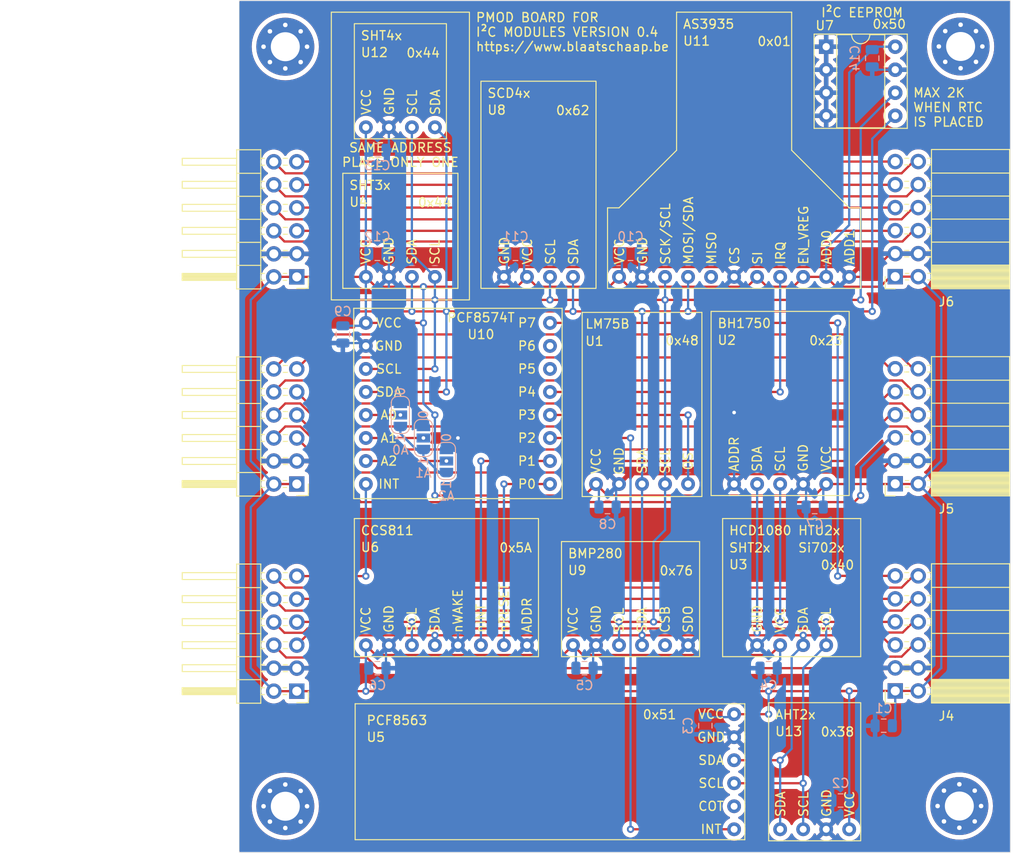
<source format=kicad_pcb>
(kicad_pcb (version 20221018) (generator pcbnew)
  (layers (0 "F.Cu" signal) (31 "B.Cu" signal) (34 "B.Paste" user "B.Plakken") (35 "F.Paste" user "F.Plakken") (36 "B.SilkS" user "B.Silkscreen") (37 "F.SilkS" user "F.Silkscreen") (38 "B.Mask" user) (39 "F.Mask" user "F. masker") (44 "Edge.Cuts" user))
  (net 0 "")
  (net 1 "SCL")
  (net 2 "SDA")
  (net 3 "IO4")
  (net 4 "IO3")
  (net 5 "RESET")
  (net 6 "IO2")
  (net 7 "INT")
  (net 8 "IO1")
  (net 9 "PCF8563_CLKOUT")
  (net 10 "PCF8563_~{INT}")
  (net 11 "LM75B_OS")
  (net 12 "CCS811_~{RESET}")
  (net 13 "CSS811_INT")
  (net 14 "PMOD_UART_RESET")
  (net 15 "PMOD_UART_INT")
  (net 16 "PMOD_UART_CTS")
  (net 17 "PMOD_UART_TXD")
  (net 18 "PMOD_UART_GPIO3")
  (net 19 "PMOD_UART_RXD")
  (net 20 "PMOD_UART_GPIO4")
  (net 21 "PMOD_UART_RTS")
  (net 22 "PMOD_SPI_INT")
  (net 23 "PMOD_SPI_CS")
  (net 24 "PMOD_SPI_RESET")
  (net 25 "PMOD_SPI_MOSI")
  (net 26 "PMOD_SPI_CS2")
  (net 27 "PMOD_SPI_MISO")
  (net 28 "PMOD_SPI_CS3")
  (net 29 "PMOD_SPI_SCK")
  (net 30 "AS3925_INT")
  (net 31 "VCC")
  (net 32 "GND")
  (net 35 "NEXT_INT")
  (net 38 "PCF8574T_A0")
  (net 39 "PCF8574T_A1")
  (net 40 "PCF8574T_A2")
  (footprint "Connector_PinHeader_2.54mm:PinHeader_2x06_P2.54mm_Horizontal" (layer "F.Cu") (at 63.5 119.38 180)
    (fp_text reference "J1" hide)
    (fp_text value "Conn_02x06_Odd_Even")
  )
  (footprint "Connector_PinHeader_2.54mm:PinHeader_2x06_P2.54mm_Horizontal" (layer "F.Cu") (at 63.5 96.52 180)
    (fp_text reference "J2" hide)
    (fp_text value "Conn_02x06_Odd_Even")
  )
  (footprint "Connector_PinHeader_2.54mm:PinHeader_2x06_P2.54mm_Horizontal" (layer "F.Cu") (at 63.5 73.66 180)
    (fp_text reference "J3" hide)
    (fp_text value "Conn_02x06_Odd_Even")
  )
  (footprint "Package_DIP:DIP-8_W7.62mm_Socket" (layer "F.Cu") (at 121.92 48.26)
    (fp_text reference "U7")
    (fp_text value "24LC32")
  )
  (footprint "Connector_PinSocket_2.54mm:PinSocket_2x06_P2.54mm_Horizontal" (layer "F.Cu") (at 129.54 119.355 180)
    (fp_text reference "J4")
    (fp_text value "Conn_02x06_Odd_Even")
  )
  (footprint "Connector_PinSocket_2.54mm:PinSocket_2x06_P2.54mm_Horizontal" (layer "F.Cu") (at 129.54 96.495 180)
    (fp_text reference "J5")
    (fp_text value "Conn_02x06_Odd_Even")
  )
  (footprint "Connector_PinSocket_2.54mm:PinSocket_2x06_P2.54mm_Horizontal" (layer "F.Cu") (at 129.54 73.635 180)
    (fp_text reference "J6")
    (fp_text value "Conn_02x06_Odd_Even")
  )
  (footprint "MountingHole:MountingHole_3.2mm_M3_Pad_Via" (layer "F.Cu") (at 62.23 48.26)
    (fp_text reference "H1" hide)
    (fp_text value "MountingHole")
  )
  (footprint "MountingHole:MountingHole_3.2mm_M3_Pad_Via" (layer "F.Cu") (at 62.23 132.08)
    (fp_text reference "H2" hide)
    (fp_text value "MountingHole")
  )
  (footprint "MountingHole:MountingHole_3.2mm_M3_Pad_Via" (layer "F.Cu") (at 136.755 48.235)
    (fp_text reference "H3" hide)
    (fp_text value "MountingHole")
  )
  (footprint "MountingHole:MountingHole_3.2mm_M3_Pad_Via" (layer "F.Cu") (at 136.615 132.055)
    (fp_text reference "H4" hide)
    (fp_text value "MountingHole")
  )
  (footprint "AvS_Modules:MOD_CJMCU-3935" (layer "F.Cu") (at 111.76 59.69)
    (fp_text reference "U11")
    (fp_text value "MOD_CJMCU-3935")
  )
  (footprint "AvS_Modules:MOD_SCD4x" (layer "F.Cu") (at 90.17 63.5)
    (fp_text reference "U8")
    (fp_text value "MOD_SCD4x")
  )
  (footprint "AvS_Modules:MOD_LM75B" (layer "F.Cu") (at 101.6 87.74)
    (fp_text reference "U1")
    (fp_text value "MOD_LM75B")
  )
  (footprint "AvS_Modules:MOD_CJMCU-811" (layer "F.Cu") (at 80.01 107.95)
    (fp_text reference "U6")
    (fp_text value "MOD_CJCMU-811")
  )
  (footprint "AvS_Modules:MOD_PCF8574T" (layer "F.Cu") (at 81.28 87.63 -90)
    (fp_text reference "U10")
    (fp_text value "MOD_PCF8574T")
  )
  (footprint "AvS_Modules:MOD_SHT4x" (layer "F.Cu") (at 74.93 52.07)
    (fp_text reference "U12")
    (fp_text value "MOD_SHT4x")
  )
  (footprint "AvS_Modules:MOD_PCF8563" (layer "F.Cu") (at 91.44 128.27 90)
    (fp_text reference "U5")
    (fp_text value "MOD_PCF8563")
  )
  (footprint "AvS_Modules:MOD_BMP280" (layer "F.Cu") (at 100.33 109.22)
    (fp_text reference "U9")
    (fp_text value "MOD_BMP280")
  )
  (footprint "AvS_Modules:MOD_BH1750" (layer "F.Cu") (at 116.84 87.63)
    (fp_text reference "U2")
    (fp_text value "MOD_BH1750")
  )
  (footprint "AvS_Modules:MOD_HUMIDITY" (layer "F.Cu") (at 118.11 107.95)
    (fp_text reference "U3")
    (fp_text value "MOD_HUMIDITY")
  )
  (footprint "AvS_Modules:MOD_SHT3x" (layer "F.Cu") (at 74.93 68.58)
    (fp_text reference "U4")
    (fp_text value "MOD_SHT3x")
  )
  (footprint "AvS_Modules:MOD_AHT2x" (layer "F.Cu") (at 120.65 128.27)
    (fp_text reference "U13")
    (fp_text value "MOD_AHT2x")
  )
  (footprint "Capacitor_SMD:C_0805_2012Metric" (layer "B.Cu") (at 128.27 123.19 180)
    (fp_text reference "C1")
    (fp_text value "C_Small")
  )
  (footprint "Capacitor_SMD:C_0805_2012Metric" (layer "B.Cu") (at 127 49.53 -90)
    (fp_text reference "C14")
    (fp_text value "C_Small")
  )
  (footprint "Capacitor_SMD:C_0805_2012Metric" (layer "B.Cu") (at 68.58 80.01 -90)
    (fp_text reference "C9")
    (fp_text value "C_Small")
  )
  (footprint "Capacitor_SMD:C_0805_2012Metric" (layer "B.Cu") (at 108.585 123.19 -90)
    (fp_text reference "C3")
    (fp_text value "C_Small")
  )
  (footprint "Capacitor_SMD:C_0805_2012Metric" (layer "B.Cu") (at 120.65 99.06 180)
    (fp_text reference "C7")
    (fp_text value "C_Small")
  )
  (footprint "Jumper:SolderJumper-3_P1.3mm_Open_RoundedPad1.0x1.5mm_NumberLabels" (layer "B.Cu") (at 80.01 93.98 -90)
    (fp_text reference "JP3" hide)
    (fp_text value "SolderJumper_3_Open")
  )
  (footprint "Capacitor_SMD:C_0805_2012Metric" (layer "B.Cu") (at 95.25 116.84)
    (fp_text reference "C5")
    (fp_text value "C_Small")
  )
  (footprint "Jumper:SolderJumper-3_P1.3mm_Open_RoundedPad1.0x1.5mm_NumberLabels" (layer "B.Cu") (at 77.47 91.44 -90)
    (fp_text reference "JP2" hide)
    (fp_text value "SolderJumper_3_Open")
  )
  (footprint "Capacitor_SMD:C_0805_2012Metric" (layer "B.Cu") (at 72.39 116.84)
    (fp_text reference "C6")
    (fp_text value "C_Small")
  )
  (footprint "Capacitor_SMD:C_0805_2012Metric" (layer "B.Cu") (at 115.57 116.84 180)
    (fp_text reference "C4")
    (fp_text value "C_Small")
  )
  (footprint "Jumper:SolderJumper-3_P1.3mm_Open_RoundedPad1.0x1.5mm_NumberLabels" (layer "B.Cu") (at 74.93 88.9 -90)
    (fp_text reference "JP1" hide)
    (fp_text value "SolderJumper_3_Open")
  )
  (footprint "Capacitor_SMD:C_0805_2012Metric" (layer "B.Cu") (at 72.39 71.12)
    (fp_text reference "C12")
    (fp_text value "C_Small")
  )
  (footprint "Capacitor_SMD:C_0805_2012Metric" (layer "B.Cu") (at 72.39 59.69)
    (fp_text reference "C13")
    (fp_text value "C_Small")
  )
  (footprint "Capacitor_SMD:C_0805_2012Metric" (layer "B.Cu") (at 87.63 71.12 180)
    (fp_text reference "C11")
    (fp_text value "C_Small")
  )
  (footprint "Capacitor_SMD:C_0805_2012Metric" (layer "B.Cu") (at 123.51 131.445 180)
    (fp_text reference "C2")
    (fp_text value "C_Small")
  )
  (footprint "Capacitor_SMD:C_0805_2012Metric" (layer "B.Cu") (at 97.79 99.06)
    (fp_text reference "C8")
    (fp_text value "C_Small")
  )
  (footprint "Capacitor_SMD:C_0805_2012Metric" (layer "B.Cu") (at 100.33 71.12)
    (fp_text reference "C10")
    (fp_text value "C_Small")
  )
  (gr_rect (start 67.31 44.45) (end 82.55 76.2) (stroke (width 0.12)) (fill none) (layer "F.SilkS"))
  (gr_line (start 142.24 137.16) (end 57.15 137.16) (stroke (width 0.05)) (layer "Edge.Cuts"))
  (gr_line (start 57.15 43.18) (end 142.24 43.18) (stroke (width 0.05)) (layer "Edge.Cuts"))
  (gr_line (start 57.15 43.18) (end 57.15 137.16) (stroke (width 0.05)) (layer "Edge.Cuts"))
  (gr_line (start 142.24 43.18) (end 142.24 137.16) (stroke (width 0.05)) (layer "Edge.Cuts"))
  (gr_text "A2" (at 80.01 98.425) (layer "B.SilkS") (effects (font (size 1 1)) (justify bottom mirror)))
  (gr_text "A0" (at 74.93 93.345) (layer "B.SilkS") (effects (font (size 1 1)) (justify bottom mirror)))
  (gr_text "A1" (at 77.47 95.885) (layer "B.SilkS") (effects (font (size 1 1)) (justify bottom mirror)))
  (gr_text "PMOD BOARD FOR \nI²C MODULES VERSION 0.4\nhttps://www.blaatschaap.be" (at 83.185 44.45) (layer "F.SilkS") (effects (font (size 1 1)) (justify left top)))
  (gr_text "I²C EEPROM" (at 121.285 45.085) (layer "F.SilkS") (effects (font (size 1 1)) (justify left bottom)))
  (gr_text "0x44" (at 80.645 66.04) (layer "F.SilkS") (effects (font (size 1 1)) (justify right bottom)))
  (gr_text "0x62" (at 95.885 55.88) (layer "F.SilkS") (effects (font (size 1 1)) (justify right bottom)))
  (gr_text "0x5A" (at 89.535 104.14) (layer "F.SilkS") (effects (font (size 1 1)) (justify right bottom)))
  (gr_text "0x01" (at 118.11 48.26) (layer "F.SilkS") (effects (font (size 1 1)) (justify right bottom)))
  (gr_text "MAX 2K \nWHEN RTC \nIS PLACED" (at 131.445 57.15) (layer "F.SilkS") (effects (font (size 1 1)) (justify left bottom)))
  (gr_text "0x23" (at 123.825 81.28) (layer "F.SilkS") (effects (font (size 1 1)) (justify right bottom)))
  (gr_text "0x44" (at 79.375 49.53) (layer "F.SilkS") (effects (font (size 1 1)) (justify right bottom)))
  (gr_text "0x40" (at 125.095 106.045) (layer "F.SilkS") (effects (font (size 1 1)) (justify right bottom)))
  (gr_text "0x38" (at 125.095 124.46) (layer "F.SilkS") (effects (font (size 1 1)) (justify right bottom)))
  (gr_text "0x51" (at 101.6 122.555) (layer "F.SilkS") (effects (font (size 1 1)) (justify left bottom)))
  (gr_text "0x76" (at 107.315 106.68) (layer "F.SilkS") (effects (font (size 1 1)) (justify right bottom)))
  (gr_text "0x50" (at 130.81 46.355) (layer "F.SilkS") (effects (font (size 1 1)) (justify right bottom)))
  (gr_text "0x48" (at 107.95 81.28) (layer "F.SilkS") (effects (font (size 1 1)) (justify right bottom)))
  (gr_text "SAME ADDRESS\nPLACE ONLY ONE" (at 74.93 61.595) (layer "F.SilkS") (effects (font (size 1 1)) (justify bottom)))
  (segment (start 121.92 111.735) (end 116.84 111.735) (width 0.25) (layer "F.Cu") (net 1))
  (segment (start 102.87 111.735) (end 99.06 111.735) (width 0.25) (layer "F.Cu") (net 1))
  (segment (start 78.74 76.2) (end 69.85 76.2) (width 0.25) (layer "F.Cu") (net 1))
  (segment (start 76.2 111.735) (end 63.525 111.735) (width 0.25) (layer "F.Cu") (net 1))
  (segment (start 116.84 111.735) (end 102.87 111.735) (width 0.25) (layer "F.Cu") (net 1))
  (segment (start 91.44 76.2) (end 78.74 76.2) (width 0.25) (layer "F.Cu") (net 1))
  (segment (start 125.73 76.2) (end 104.14 76.2) (width 0.25) (layer "F.Cu") (net 1))
  (segment (start 76.2 111.735) (end 99.06 111.735) (width 0.25) (layer "F.Cu") (net 1))
  (segment (start 71.12 83.82) (end 78.74 83.82) (width 0.25) (layer "F.Cu") (net 1))
  (segment (start 104.14 76.2) (end 91.44 76.2) (width 0.25) (layer "F.Cu") (net 1))
  (segment (start 63.525 111.735) (end 63.5 111.76) (width 0.25) (layer "F.Cu") (net 1))
  (segment (start 111.76 129.54) (end 119.38 129.54) (width 0.25) (layer "F.Cu") (net 1))
  (segment (start 128.995 111.735) (end 121.92 111.735) (width 0.25) (layer "F.Cu") (net 1))
  (via (at 121.92 111.735) (size 0.8) (drill 0.4) (layers "F.Cu" "B.Cu") (net 1))
  (via (at 78.74 76.2) (size 0.8) (drill 0.4) (layers "F.Cu" "B.Cu") (net 1))
  (via (at 102.87 111.735) (size 0.8) (drill 0.4) (layers "F.Cu" "B.Cu") (net 1))
  (via (at 78.74 83.82) (size 0.8) (drill 0.4) (layers "F.Cu" "B.Cu") (net 1))
  (via (at 104.14 76.2) (size 0.8) (drill 0.4) (layers "F.Cu" "B.Cu") (net 1))
  (via (at 91.44 76.2) (size 0.8) (drill 0.4) (layers "F.Cu" "B.Cu") (net 1))
  (via (at 99.06 111.735) (size 0.8) (drill 0.4) (layers "F.Cu" "B.Cu") (net 1))
  (via (at 119.38 129.54) (size 0.8) (drill 0.4) (layers "F.Cu" "B.Cu") (net 1))
  (via (at 76.2 111.735) (size 0.8) (drill 0.4) (layers "F.Cu" "B.Cu") (net 1))
  (via (at 125.73 76.2) (size 0.8) (drill 0.4) (layers "F.Cu" "B.Cu") (net 1))
  (via (at 116.84 111.735) (size 0.8) (drill 0.4) (layers "F.Cu" "B.Cu") (net 1))
  (segment (start 119.38 129.54) (end 119.38 116.84) (width 0.25) (layer "B.Cu") (net 1))
  (segment (start 119.38 134.62) (end 119.38 129.54) (width 0.25) (layer "B.Cu") (net 1))
  (segment (start 104.14 96.52) (end 104.14 76.2) (width 0.25) (layer "B.Cu") (net 1))
  (segment (start 125.73 57.15) (end 125.73 58.42) (width 0.25) (layer "B.Cu") (net 1))
  (segment (start 121.92 114.3) (end 121.92 111.735) (width 0.25) (layer "B.Cu") (net 1))
  (segment (start 78.74 83.82) (end 78.74 76.2) (width 0.25) (layer "B.Cu") (net 1))
  (segment (start 78.74 73.66) (end 78.74 76.2) (width 0.25) (layer "B.Cu") (net 1))
  (segment (start 129.54 53.34) (end 125.73 57.15) (width 0.25) (layer "B.Cu") (net 1))
  (segment (start 76.2 114.3) (end 76.2 111.735) (width 0.25) (layer "B.Cu") (net 1))
  (segment (start 76.2 57.15) (end 76.2 71.12) (width 0.25) (layer "B.Cu") (net 1))
  (segment (start 76.2 71.12) (end 78.74 73.66) (width 0.25) (layer "B.Cu") (net 1))
  (segment (start 116.84 96.52) (end 116.84 111.735) (width 0.25) (layer "B.Cu") (net 1))
  (segment (start 99.06 114.3) (end 99.06 111.735) (width 0.25) (layer "B.Cu") (net 1))
  (segment (start 104.14 96.52) (end 104.14 101.6) (width 0.25) (layer "B.Cu") (net 1))
  (segment (start 119.38 116.84) (end 121.92 114.3) (width 0.25) (layer "B.Cu") (net 1))
  (segment (start 125.73 58.42) (end 125.73 76.2) (width 0.25) (layer "B.Cu") (net 1))
  (segment (start 104.14 101.6) (end 102.87 102.87) (width 0.25) (layer "B.Cu") (net 1))
  (segment (start 102.87 102.87) (end 102.87 111.735) (width 0.25) (layer "B.Cu") (net 1))
  (segment (start 104.14 73.66) (end 104.14 76.2) (width 0.25) (layer "B.Cu") (net 1))
  (segment (start 91.44 73.66) (end 91.44 76.2) (width 0.25) (layer "B.Cu") (net 1))
  (segment (start 119.38 113.213) (end 127.933 113.213) (width 0.25) (layer "F.Cu") (net 2))
  (segment (start 101.6 113.213) (end 78.74 113.213) (width 0.25) (layer "F.Cu") (net 2))
  (segment (start 127 77.47) (end 106.68 77.47) (width 0.25) (layer "F.Cu") (net 2))
  (segment (start 127.933 113.213) (end 128.995 114.275) (width 0.25) (layer "F.Cu") (net 2))
  (segment (start 101.6 113.213) (end 119.38 113.213) (width 0.25) (layer "F.Cu") (net 2))
  (segment (start 111.76 127) (end 116.84 127) (width 0.25) (layer "F.Cu") (net 2))
  (segment (start 64.587 113.213) (end 78.74 113.213) (width 0.25) (layer "F.Cu") (net 2))
  (segment (start 101.6 77.47) (end 93.98 77.47) (width 0.25) (layer "F.Cu") (net 2))
  (segment (start 101.6 77.47) (end 106.68 77.47) (width 0.25) (layer "F.Cu") (net 2))
  (segment (start 71.12 86.36) (end 80.01 86.36) (width 0.25) (layer "F.Cu") (net 2))
  (segment (start 63.5 114.3) (end 64.587 113.213) (width 0.25) (layer "F.Cu") (net 2))
  (segment (start 93.98 77.47) (end 80.01 77.47) (width 0.25) (layer "F.Cu") (net 2))
  (segment (start 80.01 77.47) (end 69.85 77.47) (width 0.25) (layer "F.Cu") (net 2))
  (via (at 80.01 77.47) (size 0.8) (drill 0.4) (layers "F.Cu" "B.Cu") (net 2))
  (via (at 114.3 112.938497) (size 0.8) (drill 0.4) (layers "F.Cu" "B.Cu") (net 2))
  (via (at 78.74 113.213) (size 0.8) (drill 0.4) (layers "F.Cu" "B.Cu") (net 2))
  (via (at 80.01 86.36) (size 0.8) (drill 0.4) (layers "F.Cu" "B.Cu") (net 2))
  (via (at 119.38 113.213) (size 0.8) (drill 0.4) (layers "F.Cu" "B.Cu") (net 2))
  (via (at 101.6 77.47) (size 0.8) (drill 0.4) (layers "F.Cu" "B.Cu") (net 2))
  (via (at 106.68 77.47) (size 0.8) (drill 0.4) (layers "F.Cu" "B.Cu") (net 2))
  (via (at 101.6 113.213) (size 0.8) (drill 0.4) (layers "F.Cu" "B.Cu") (net 2))
  (via (at 116.84 127) (size 0.8) (drill 0.4) (layers "F.Cu" "B.Cu") (net 2))
  (via (at 127 77.47) (size 0.8) (drill 0.4) (layers "F.Cu" "B.Cu") (net 2))
  (via (at 93.98 77.47) (size 0.8) (drill 0.4) (layers "F.Cu" "B.Cu") (net 2))
  (via (at 76.2 77.47) (size 0.8) (drill 0.4) (layers "F.Cu" "B.Cu") (net 2))
  (segment (start 101.6 114.3) (end 101.6 113.213) (width 0.25) (layer "B.Cu") (net 2))
  (segment (start 118.11 115.57) (end 119.38 114.3) (width 0.25) (layer "B.Cu") (net 2))
  (segment (start 106.68 73.66) (end 106.68 77.47) (width 0.25) (layer "B.Cu") (net 2))
  (segment (start 101.6 96.52) (end 101.6 113.213) (width 0.25) (layer "B.Cu") (net 2))
  (segment (start 127 58.42) (end 127 77.47) (width 0.25) (layer "B.Cu") (net 2))
  (segment (start 101.6 96.52) (end 101.6 77.47) (width 0.25) (layer "B.Cu") (net 2))
  (segment (start 78.74 57.15) (end 80.01 58.42) (width 0.25) (layer "B.Cu") (net 2))
  (segment (start 80.01 86.36) (end 80.01 77.47) (width 0.25) (layer "B.Cu") (net 2))
  (segment (start 80.01 58.42) (end 80.01 77.47) (width 0.25) (layer "B.Cu") (net 2))
  (segment (start 93.98 73.66) (end 93.98 77.47) (width 0.25) (layer "B.Cu") (net 2))
  (segment (start 116.84 127) (end 118.11 125.73) (width 0.25) (layer "B.Cu") (net 2))
  (segment (start 116.84 134.62) (end 116.84 127) (width 0.25) (layer "B.Cu") (net 2))
  (segment (start 78.74 114.3) (end 78.74 113.213) (width 0.25) (layer "B.Cu") (net 2))
  (segment (start 76.2 73.66) (end 76.2 77.47) (width 0.25) (layer "B.Cu") (net 2))
  (segment (start 119.38 114.3) (end 119.38 113.213) (width 0.25) (layer "B.Cu") (net 2))
  (segment (start 129.54 55.88) (end 127 58.42) (width 0.25) (layer "B.Cu") (net 2))
  (segment (start 118.11 125.73) (end 118.11 115.57) (width 0.25) (layer "B.Cu") (net 2))
  (segment (start 114.3 96.52) (end 114.3 112.938497) (width 0.25) (layer "B.Cu") (net 2))
  (segment (start 60.96 114.3) (end 62.325 115.665) (width 0.25) (layer "F.Cu") (net 3))
  (segment (start 72.39 116.84) (end 127 116.84) (width 0.25) (layer "F.Cu") (net 3))
  (segment (start 71.215 115.665) (end 72.39 116.84) (width 0.25) (layer "F.Cu") (net 3))
  (segment (start 128.27 115.57) (end 129.54 115.57) (width 0.25) (layer "F.Cu") (net 3))
  (segment (start 131.535 114.275) (end 130.24 115.57) (width 0.25) (layer "F.Cu") (net 3))
  (segment (start 62.325 115.665) (end 71.215 115.665) (width 0.25) (layer "F.Cu") (net 3))
  (segment (start 127 116.84) (end 128.27 115.57) (width 0.25) (layer "F.Cu") (net 3))
  (segment (start 130.24 115.57) (end 129.54 115.57) (width 0.25) (layer "F.Cu") (net 3))
  (segment (start 64.703604 112.46) (end 64.228604 112.935) (width 0.25) (layer "F.Cu") (net 4))
  (segment (start 104.14 112.185) (end 103.865 112.46) (width 0.25) (layer "F.Cu") (net 4))
  (segment (start 62.135 112.935) (end 60.96 111.76) (width 0.25) (layer "F.Cu") (net 4))
  (segment (start 130.36 112.91) (end 128.266396 112.91) (width 0.25) (layer "F.Cu") (net 4))
  (segment (start 128.266396 112.91) (end 127.827992 112.471596) (width 0.25) (layer "F.Cu") (net 4))
  (segment (start 127.827992 112.471596) (end 115.011596 112.471596) (width 0.25) (layer "F.Cu") (net 4))
  (segment (start 114.725 112.185) (end 104.14 112.185) (width 0.25) (layer "F.Cu") (net 4))
  (segment (start 131.535 111.735) (end 130.36 112.91) (width 0.25) (layer "F.Cu") (net 4))
  (segment (start 64.228604 112.935) (end 62.135 112.935) (width 0.25) (layer "F.Cu") (net 4))
  (segment (start 115.011596 112.471596) (end 114.725 112.185) (width 0.25) (layer "F.Cu") (net 4))
  (segment (start 103.865 112.46) (end 64.703604 112.46) (width 0.25) (layer "F.Cu") (net 4))
  (segment (start 63.525 109.195) (end 63.5 109.22) (width 0.25) (layer "F.Cu") (net 5))
  (segment (start 128.995 109.195) (end 63.525 109.195) (width 0.25) (layer "F.Cu") (net 5))
  (segment (start 62.23 110.49) (end 130.24 110.49) (width 0.25) (layer "F.Cu") (net 6))
  (segment (start 60.96 109.22) (end 62.23 110.49) (width 0.25) (layer "F.Cu") (net 6))
  (segment (start 130.24 110.49) (end 131.535 109.195) (width 0.25) (layer "F.Cu") (net 6))
  (segment (start 63.5 106.68) (end 71.12 106.68) (width 0.25) (layer "F.Cu") (net 7))
  (via (at 71.12 106.68) (size 0.8) (drill 0.4) (layers "F.Cu" "B.Cu") (net 7))
  (segment (start 71.12 106.68) (end 71.12 96.52) (width 0.25) (layer "B.Cu") (net 7))
  (segment (start 107.95 107.95) (end 130.24 107.95) (width 0.25) (layer "F.Cu") (net 8))
  (segment (start 107.95 107.95) (end 62.23 107.95) (width 0.25) (layer "F.Cu") (net 8))
  (segment (start 62.23 107.95) (end 60.96 106.68) (width 0.25) (layer "F.Cu") (net 8))
  (segment (start 130.24 107.95) (end 131.535 106.655) (width 0.25) (layer "F.Cu") (net 8))
  (segment (start 107.95 108.0301) (end 107.95 107.95) (width 0.25) (layer "F.Cu") (net 8))
  (segment (start 100.33 134.62) (end 111.76 134.62) (width 0.25) (layer "F.Cu") (net 10))
  (segment (start 91.44 91.44) (end 100.33 91.44) (width 0.25) (layer "F.Cu") (net 10))
  (via (at 100.33 91.44) (size 0.8) (drill 0.4) (layers "F.Cu" "B.Cu") (net 10))
  (via (at 100.33 134.62) (size 0.8) (drill 0.4) (layers "F.Cu" "B.Cu") (net 10))
  (segment (start 100.33 91.44) (end 100.33 134.62) (width 0.25) (layer "B.Cu") (net 10))
  (segment (start 91.44 88.9) (end 106.68 88.9) (width 0.25) (layer "F.Cu") (net 11))
  (via (at 106.68 88.9) (size 0.8) (drill 0.4) (layers "F.Cu" "B.Cu") (net 11))
  (segment (start 106.68 96.52) (end 106.68 88.9) (width 0.25) (layer "B.Cu") (net 11))
  (segment (start 106.68 88.9) (end 106.68 88.63) (width 0.25) (layer "B.Cu") (net 11))
  (segment (start 91.44 96.52) (end 86.36 96.52) (width 0.25) (layer "F.Cu") (net 12))
  (via (at 86.36 96.52) (size 0.8) (drill 0.4) (layers "F.Cu" "B.Cu") (net 12))
  (segment (start 86.36 114.3) (end 86.36 105.14) (width 0.25) (layer "B.Cu") (net 12))
  (segment (start 86.36 105.14) (end 86.36 96.52) (width 0.25) (layer "B.Cu") (net 12))
  (segment (start 91.44 93.98) (end 83.82 93.98) (width 0.25) (layer "F.Cu") (net 13))
  (via (at 83.82 93.98) (size 0.8) (drill 0.4) (layers "F.Cu" "B.Cu") (net 13))
  (segment (start 83.82 93.98) (end 83.82 96.52) (width 0.25) (layer "B.Cu") (net 13))
  (segment (start 83.82 96.52) (end 83.82 105.14) (width 0.25) (layer "B.Cu") (net 13))
  (segment (start 83.82 114.3) (end 83.82 105.14) (width 0.25) (layer "B.Cu") (net 13))
  (segment (start 130.29 85.09) (end 131.535 86.335) (width 0.25) (layer "F.Cu") (net 14))
  (segment (start 60.96 86.36) (end 62.23 85.09) (width 0.25) (layer "F.Cu") (net 14))
  (segment (start 62.23 85.09) (end 130.29 85.09) (width 0.25) (layer "F.Cu") (net 14))
  (segment (start 127.75 80.01) (end 131.535 83.795) (width 0.25) (layer "F.Cu") (net 15))
  (segment (start 64.77 80.01) (end 127.75 80.01) (width 0.25) (layer "F.Cu") (net 15))
  (segment (start 60.96 83.82) (end 64.77 80.01) (width 0.25) (layer "F.Cu") (net 15))
  (segment (start 127.75 82.55) (end 64.77 82.55) (width 0.25) (layer "F.Cu") (net 16))
  (segment (start 64.77 82.55) (end 63.5 83.82) (width 0.25) (layer "F.Cu") (net 16))
  (segment (start 128.995 83.795) (end 127.75 82.55) (width 0.25) (layer "F.Cu") (net 16))
  (segment (start 127.7 87.63) (end 64.77 87.63) (width 0.25) (layer "F.Cu") (net 17))
  (segment (start 128.995 86.335) (end 127.7 87.63) (width 0.25) (layer "F.Cu") (net 17))
  (segment (start 64.77 87.63) (end 63.5 86.36) (width 0.25) (layer "F.Cu") (net 17))
  (segment (start 125.796396 90.17) (end 128.336396 87.63) (width 0.25) (layer "F.Cu") (net 18))
  (segment (start 60.96 88.9) (end 62.23 87.63) (width 0.25) (layer "F.Cu") (net 18))
  (segment (start 63.891701 87.63) (end 66.431701 90.17) (width 0.25) (layer "F.Cu") (net 18))
  (segment (start 62.23 87.63) (end 63.891701 87.63) (width 0.25) (layer "F.Cu") (net 18))
  (segment (start 128.336396 87.63) (end 130.29 87.63) (width 0.25) (layer "F.Cu") (net 18))
  (segment (start 66.431701 90.17) (end 125.796396 90.17) (width 0.25) (layer "F.Cu") (net 18))
  (segment (start 130.29 87.63) (end 131.535 88.875) (width 0.25) (layer "F.Cu") (net 18))
  (segment (start 125.16 92.71) (end 128.995 88.875) (width 0.25) (layer "F.Cu") (net 19))
  (segment (start 67.31 92.71) (end 125.16 92.71) (width 0.25) (layer "F.Cu") (net 19))
  (segment (start 63.5 88.9) (end 67.31 92.71) (width 0.25) (layer "F.Cu") (net 19))
  (segment (start 131.535 90.895) (end 130.81 90.17) (width 0.25) (layer "F.Cu") (net 20))
  (segment (start 130.81 90.17) (end 128.578299 90.17) (width 0.25) (layer "F.Cu") (net 20))
  (segment (start 63.891701 90.17) (end 62.23 90.17) (width 0.25) (layer "F.Cu") (net 20))
  (segment (start 93.98 93.98) (end 92.71 95.25) (width 0.25) (layer "F.Cu") (net 20))
  (segment (start 128.578299 90.17) (end 124.768299 93.98) (width 0.25) (layer "F.Cu") (net 20))
  (segment (start 62.23 90.17) (end 60.96 91.44) (width 0.25) (layer "F.Cu") (net 20))
  (segment (start 92.71 95.25) (end 68.971701 95.25) (width 0.25) (layer "F.Cu") (net 20))
  (segment (start 131.535 91.415) (end 131.535 90.895) (width 0.25) (layer "F.Cu") (net 20))
  (segment (start 68.971701 95.25) (end 63.891701 90.17) (width 0.25) (layer "F.Cu") (net 20))
  (segment (start 124.768299 93.98) (end 93.98 93.98) (width 0.25) (layer "F.Cu") (net 20))
  (segment (start 69.85 97.79) (end 70.575 98.515) (width 0.25) (layer "F.Cu") (net 21))
  (segment (start 70.575 98.515) (end 125.005 98.515) (width 0.25) (layer "F.Cu") (net 21))
  (segment (start 63.5 91.44) (end 69.85 97.79) (width 0.25) (layer "F.Cu") (net 21))
  (segment (start 125.005 98.515) (end 125.73 97.79) (width 0.25) (layer "F.Cu") (net 21))
  (via (at 125.73 97.79) (size 0.8) (drill 0.4) (layers "F.Cu" "B.Cu") (net 21))
  (segment (start 125.73 97.79) (end 125.73 94.68) (width 0.25) (layer "B.Cu") (net 21))
  (segment (start 125.73 94.68) (end 128.995 91.415) (width 0.25) (layer "B.Cu") (net 21))
  (segment (start 62.23 62.23) (end 130.24 62.23) (width 0.25) (layer "F.Cu") (net 22))
  (segment (start 60.96 60.96) (end 62.23 62.23) (width 0.25) (layer "F.Cu") (net 22))
  (segment (start 130.24 62.23) (end 131.535 60.935) (width 0.25) (layer "F.Cu") (net 22))
  (segment (start 63.525 60.935) (end 63.5 60.96) (width 0.25) (layer "F.Cu") (net 23))
  (segment (start 128.995 60.935) (end 63.525 60.935) (width 0.25) (layer "F.Cu") (net 23))
  (segment (start 131.535 64.045) (end 130.81 64.77) (width 0.25) (layer "F.Cu") (net 24))
  (segment (start 62.23 64.77) (end 60.96 63.5) (width 0.25) (layer "F.Cu") (net 24))
  (segment (start 130.81 64.77) (end 62.23 64.77) (width 0.25) (layer "F.Cu") (net 24))
  (segment (start 131.535 63.475) (end 131.535 64.045) (width 0.25) (layer "F.Cu") (net 24))
  (segment (start 128.97 63.5) (end 128.995 63.475) (width 0.25) (layer "F.Cu") (net 25))
  (segment (start 63.5 63.5) (end 128.97 63.5) (width 0.25) (layer "F.Cu") (net 25))
  (segment (start 60.96 66.04) (end 62.23 67.31) (width 0.25) (layer "F.Cu") (net 26))
  (segment (start 62.23 67.31) (end 130.24 67.31) (width 0.25) (layer "F.Cu") (net 26))
  (segment (start 130.24 67.31) (end 131.535 66.015) (width 0.25) (layer "F.Cu") (net 26))
  (segment (start 128.995 66.015) (end 63.525 66.015) (width 0.25) (layer "F.Cu") (net 27))
  (segment (start 63.525 66.015) (end 63.5 66.04) (width 0.25) (layer "F.Cu") (net 27))
  (segment (start 130.335 69.755) (end 62.135 69.755) (width 0.25) (layer "F.Cu") (net 28))
  (segment (start 62.135 69.755) (end 60.96 68.58) (width 0.25) (layer "F.Cu") (net 28))
  (segment (start 131.535 68.555) (end 130.335 69.755) (width 0.25) (layer "F.Cu") (net 28))
  (segment (start 128.97 68.58) (end 128.995 68.555) (width 0.25) (layer "F.Cu") (net 29))
  (segment (start 63.5 68.58) (end 128.97 68.58) (width 0.25) (layer "F.Cu") (net 29))
  (segment (start 91.44 86.36) (end 116.84 86.36) (width 0.25) (layer "F.Cu") (net 30))
  (via (at 116.84 86.36) (size 0.8) (drill 0.4) (layers "F.Cu" "B.Cu") (net 30))
  (segment (start 116.84 86.36) (end 116.84 78.74) (width 0.25) (layer "B.Cu") (net 30))
  (segment (start 116.84 78.74) (end 116.84 73.66) (width 0.25) (layer "B.Cu") (net 30))
  (segment (start 115.753 115.387) (end 116.84 114.3) (width 0.25) (layer "F.Cu") (net 31))
  (segment (start 127.883 74.747) (end 123.007 74.747) (width 0.25) (layer "F.Cu") (net 31))
  (segment (start 121.895 119.355) (end 121.92 119.355) (width 0.25) (layer "F.Cu") (net 31))
  (segment (start 71.12 119.38) (end 124.435 119.38) (width 0.25) (layer "F.Cu") (net 31))
  (segment (start 121.92 73.66) (end 119.38 73.66) (width 0.25) (layer "F.Cu") (net 31))
  (segment (start 115.387 74.747) (end 114.3 73.66) (width 0.25) (layer "F.Cu") (net 31))
  (segment (start 89.987 74.747) (end 88.9 73.66) (width 0.25) (layer "F.Cu") (net 31))
  (segment (start 87.813 74.747) (end 77.47 74.747) (width 0.25) (layer "F.Cu") (net 31))
  (segment (start 113.213 74.747) (end 100.147 74.747) (width 0.25) (layer "F.Cu") (net 31))
  (segment (start 128.995 73.635) (end 127.883 74.747) (width 0.25) (layer "F.Cu") (net 31))
  (segment (start 60.96 96.52) (end 63.5 96.52) (width 0.25) (layer "F.Cu") (net 31))
  (segment (start 99.06 73.66) (end 97.973 74.747) (width 0.25) (layer "F.Cu") (net 31))
  (segment (start 121.92 96.52) (end 131.51 96.52) (width 0.25) (layer "F.Cu") (net 31))
  (segment (start 96.52 96.52) (end 97.79 97.79) (width 0.25) (layer "F.Cu") (net 31))
  (segment (start 100.147 74.747) (end 99.06 73.66) (width 0.25) (layer "F.Cu") (net 31))
  (segment (start 95.067 115.387) (end 115.753 115.387) (width 0.25) (layer "F.Cu") (net 31))
  (segment (start 120.65 97.79) (end 121.92 96.52) (width 0.25) (layer "F.Cu") (net 31))
  (segment (start 97.973 74.747) (end 89.987 74.747) (width 0.25) (layer "F.Cu") (net 31))
  (segment (start 115.57 121.92) (end 111.76 121.92) (width 0.25) (layer "F.Cu") (net 31))
  (segment (start 118.293 74.747) (end 115.387 74.747) (width 0.25) (layer "F.Cu") (net 31))
  (segment (start 78.74 97.79) (end 95.25 97.79) (width 0.25) (layer "F.Cu") (net 31))
  (segment (start 95.25 97.79) (end 96.52 96.52) (width 0.25) (layer "F.Cu") (net 31))
  (segment (start 119.38 73.66) (end 118.293 74.747) (width 0.25) (layer "F.Cu") (net 31))
  (segment (start 66.04 119.38) (end 71.12 119.38) (width 0.25) (layer "F.Cu") (net 31))
  (segment (start 77.47 74.747) (end 72.207 74.747) (width 0.25) (layer "F.Cu") (net 31))
  (segment (start 72.207 115.387) (end 92.893 115.387) (width 0.25) (layer "F.Cu") (net 31))
  (segment (start 63.5 119.38) (end 66.04 119.38) (width 0.25) (layer "F.Cu") (net 31))
  (segment (start 60.96 119.38) (end 63.5 119.38) (width 0.25) (layer "F.Cu") (net 31))
  (segment (start 124.46 119.355) (end 131.535 119.355) (width 0.25) (layer "F.Cu") (net 31))
  (segment (start 71.12 114.3) (end 72.207 115.387) (width 0.25) (layer "F.Cu") (net 31))
  (segment (start 92.893 115.387) (end 93.98 114.3) (width 0.25) (layer "F.Cu") (net 31))
  (segment (start 124.435 119.38) (end 124.46 119.355) (width 0.25) (layer "F.Cu") (net 31))
  (segment (start 131.535 73.635) (end 128.995 73.635) (width 0.25) (layer "F.Cu") (net 31))
  (segment (start 93.98 114.3) (end 95.067 115.387) (width 0.25) (layer "F.Cu") (net 31))
  (segment (start 88.9 73.66) (end 87.813 74.747) (width 0.25) (layer "F.Cu") (net 31))
  (segment (start 72.207 74.747) (end 71.12 73.66) (width 0.25) (layer "F.Cu") (net 31))
  (segment (start 97.79 97.79) (end 120.65 97.79) (width 0.25) (layer "F.Cu") (net 31))
  (segment (start 131.51 96.52) (end 131.535 96.495) (width 0.25) (layer "F.Cu") (net 31))
  (segment (start 71.12 73.66) (end 60.96 73.66) (width 0.25) (layer "F.Cu") (net 31))
  (segment (start 121.92 119.355) (end 124.46 119.355) (width 0.25) (layer "F.Cu") (net 31))
  (segment (start 123.007 74.747) (end 121.92 73.66) (width 0.25) (layer "F.Cu") (net 31))
  (segment (start 114.3 73.66) (end 113.213 74.747) (width 0.25) (layer "F.Cu") (net 31))
  (segment (start 71.12 78.74) (end 77.47 78.74) (width 0.25) (layer "F.Cu") (net 31))
  (via (at 77.47 78.74) (size 0.8) (drill 0.4) (layers "F.Cu" "B.Cu") (net 31))
  (via (at 115.57 119.38) (size 0.8) (drill 0.4) (layers "F.Cu" "B.Cu") (net 31))
  (via (at 77.47 74.747) (size 0.8) (drill 0.4) (layers "F.Cu" "B.Cu") (net 31))
  (via (at 124.46 119.355) (size 0.8) (drill 0.4) (layers "F.Cu" "B.Cu") (net 31))
  (via (at 115.57 121.92) (size 0.8) (drill 0.4) (layers "F.Cu" "B.Cu") (net 31))
  (via (at 71.12 119.38) (size 0.8) (drill 0.4) (layers "F.Cu" "B.Cu") (net 31))
  (via (at 78.74 88.9) (size 0.8) (drill 0.4) (layers "F.Cu" "B.Cu") (net 31))
  (via (at 78.74 97.79) (size 0.8) (drill 0.4) (layers "F.Cu" "B.Cu") (net 31))
  (segment (start 80.01 95.28) (end 79.26 95.28) (width 0.25) (layer "B.Cu") (net 31))
  (segment (start 111.44 122.24) (end 111.76 121.92) (width 0.25) (layer "B.Cu") (net 31))
  (segment (start 129.54 48.26) (end 127.32 48.26) (width 0.25) (layer "B.Cu") (net 31))
  (segment (start 71.12 57.15) (end 71.12 73.66) (width 0.25) (layer "B.Cu") (net 31))
  (segment (start 134.62 76.175) (end 134.62 93.98) (width 0.25) (layer "B.Cu") (net 31))
  (segment (start 127.32 48.26) (end 127 48.58) (width 0.25) (layer "B.Cu") (net 31))
  (segment (start 68.58 79.06) (end 70.8 79.06) (width 0.25) (layer "B.Cu") (net 31))
  (segment (start 127 48.58) (end 124.46 51.12) (width 0.25) (layer "B.Cu") (net 31))
  (segment (start 116.84 114.3) (end 116.84 115.885) (width 0.25) (layer "B.Cu") (net 31))
  (segment (start 134.595 93.98) (end 132.08 96.495) (width 0.25) (layer "B.Cu") (net 31))
  (segment (start 132.08 73.635) (end 134.62 76.175) (width 0.25) (layer "B.Cu") (net 31))
  (segment (start 88.58 73.34) (end 88.9 73.66) (width 0.25) (layer "B.Cu") (net 31))
  (segment (start 124.46 134.62) (end 124.46 119.355) (width 0.25) (layer "B.Cu") (net 31))
  (segment (start 116.84 115.885) (end 116.52 116.205) (width 0.25) (layer "B.Cu") (net 31))
  (segment (start 71.12 119.38) (end 71.12 114.3) (width 0.25) (layer "B.Cu") (net 31))
  (segment (start 121.6 99.06) (end 121.6 96.84) (width 0.25) (layer "B.Cu") (net 31))
  (segment (start 121.6 96.84) (end 121.92 96.52) (width 0.25) (layer "B.Cu") (net 31))
  (segment (start 58.42 76.2) (end 58.42 93.98) (width 0.25) (layer "B.Cu") (net 31))
  (segment (start 129.54 122.87) (end 129.22 123.19) (width 0.25) (layer "B.Cu") (net 31))
  (segment (start 58.42 93.98) (end 60.96 96.52) (width 0.25) (layer "B.Cu") (net 31))
  (segment (start 88.58 71.12) (end 88.58 73.34) (width 0.25) (layer "B.Cu") (net 31))
  (segment (start 94.3 116.84) (end 94.3 114.62) (width 0.25) (layer "B.Cu") (net 31))
  (segment (start 99.38 71.12) (end 99.38 73.34) (width 0.25) (layer "B.Cu") (net 31))
  (segment (start 132.08 96.495) (end 134.62 99.035) (width 0.25) (layer "B.Cu") (net 31))
  (segment (start 99.38 73.34) (end 99.06 73.66) (width 0.25) (layer "B.Cu") (net 31))
  (segment (start 78.74 88.9) (end 77.47 87.63) (width 0.25) (layer "B.Cu") (net 31))
  (segment (start 124.46 67.945) (end 121.92 70.485) (width 0.25) (layer "B.Cu") (net 31))
  (segment (start 76.72 92.74) (end 74.93 90.95) (width 0.25) (layer "B.Cu") (net 31))
  (segment (start 77.47 87.63) (end 77.47 78.74) (width 0.25) (layer "B.Cu") (net 31))
  (segment (start 134.62 93.98) (end 134.595 93.98) (width 0.25) (layer "B.Cu") (net 31))
  (segment (start 74.93 90.95) (end 74.93 90.2) (width 0.25) (layer "B.Cu") (net 31))
  (segment (start 116.52 116.205) (end 116.52 118.43) (width 0.25) (layer "B.Cu") (net 31))
  (segment (start 79.26 95.28) (end 77.47 93.49) (width 0.25) (layer "B.Cu") (net 31))
  (segment (start 115.57 119.38) (end 115.57 121.92) (width 0.25) (layer "B.Cu") (net 31))
  (segment (start 124.46 51.12) (end 124.46 67.945) (width 0.25) (layer "B.Cu") (net 31))
  (segment (start 77.47 78.74) (end 77.47 74.747) (width 0.25) (layer "B.Cu") (net 31))
  (segment (start 96.84 96.84) (end 96.52 96.52) (width 0.25) (layer "B.Cu") (net 31))
  (segment (start 58.42 99.06) (end 58.42 116.84) (width 0.25) (layer "B.Cu") (net 31))
  (segment (start 116.52 118.43) (end 115.57 119.38) (width 0.25) (layer "B.Cu") (net 31))
  (segment (start 121.92 70.485) (end 121.92 73.66) (width 0.25) (layer "B.Cu") (net 31))
  (segment (start 71.12 78.74) (end 71.12 73.66) (width 0.25) (layer "B.Cu") (net 31))
  (segment (start 60.96 96.52) (end 58.42 99.06) (width 0.25) (layer "B.Cu") (net 31))
  (segment (start 96.84 99.06) (end 96.84 96.84) (width 0.25) (layer "B.Cu") (net 31))
  (segment (start 134.62 99.035) (end 134.62 116.84) (width 0.25) (layer "B.Cu") (net 31))
  (segment (start 94.3 114.62) (end 93.98 114.3) (width 0.25) (layer "B.Cu") (net 31))
  (segment (start 134.62 116.84) (end 134.595 116.84) (width 0.25) (layer "B.Cu") (net 31))
  (segment (start 134.595 116.84) (end 132.08 119.355) (width 0.25) (layer "B.Cu") (net 31))
  (segment (start 60.96 73.66) (end 58.42 76.2) (width 0.25) (layer "B.Cu") (net 31))
  (segment (start 78.74 88.9) (end 78.74 97.79) (width 0.25) (layer "B.Cu") (net 31))
  (segment (start 77.47 93.49) (end 77.47 92.74) (width 0.25) (layer "B.Cu") (net 31))
  (segment (start 108.585 122.24) (end 111.44 122.24) (width 0.25) (layer "B.Cu") (net 31))
  (segment (start 129.54 119.355) (end 129.54 122.87) (width 0.25) (layer "B.Cu") (net 31))
  (segment (start 58.42 116.84) (end 60.96 119.38) (width 0.25) (layer "B.Cu") (net 31))
  (segment (start 77.47 92.74) (end 76.72 92.74) (width 0.25) (layer "B.Cu") (net 31))
  (segment (start 70.8 79.06) (end 71.12 78.74) (width 0.25) (layer "B.Cu") (net 31))
  (segment (start 87.447 72.573) (end 100.513 72.573) (width 0.25) (layer "F.Cu") (net 32))
  (segment (start 102.687 72.573) (end 110.673 72.573) (width 0.25) (layer "F.Cu") (net 32))
  (segment (start 110.673 72.573) (end 111.76 73.66) (width 0.25) (layer "F.Cu") (net 32))
  (segment (start 101.6 73.66) (end 102.687 72.573) (width 0.25) (layer "F.Cu") (net 32))
  (segment (start 100.513 72.573) (end 101.6 73.66) (width 0.25) (layer "F.Cu") (net 32))
  (segment (start 71.12 71.12) (end 73.66 73.66) (width 0.25) (layer "F.Cu") (net 32))
  (segment (start 73.66 73.66) (end 74.747 72.573) (width 0.25) (layer "F.Cu") (net 32))
  (segment (start 119.38 96.52) (end 120.65 95.25) (width 0.25) (layer "F.Cu") (net 32))
  (segment (start 100.147 95.433) (end 99.06 96.52) (width 0.25) (layer "F.Cu") (net 32))
  (segment (start 120.65 95.25) (end 127.7 95.25) (width 0.25) (layer "F.Cu") (net 32))
  (segment (start 129.54 50.8) (end 121.92 50.8) (width 0.25) (layer "F.Cu") (net 32))
  (segment (start 128.995 71.095) (end 131.535 71.095) (width 0.25) (layer "F.Cu") (net 32))
  (segment (start 112.847 72.573) (end 123.373 72.573) (width 0.25) (layer "F.Cu") (net 32))
  (segment (start 123.373 72.573) (end 124.46 73.66) (width 0.25) (layer "F.Cu") (net 32))
  (segment (start 60.96 71.12) (end 63.5 71.12) (width 0.25) (layer "F.Cu") (net 32))
  (segment (start 121.92 48.26) (end 121.92 55.88) (width 0.25) (layer "F.Cu") (net 32))
  (segment (start 131.535 93.955) (end 128.995 93.955) (width 0.25) (layer "F.Cu") (net 32))
  (segment (start 86.36 73.66) (end 87.447 72.573) (width 0.25) (layer "F.Cu") (net 32))
  (segment (start 118.293 95.433) (end 100.147 95.433) (width 0.25) (layer "F.Cu") (net 32))
  (segment (start 111.76 73.66) (end 112.847 72.573) (width 0.25) (layer "F.Cu") (net 32))
  (segment (start 85.273 72.573) (end 86.36 73.66) (width 0.25) (layer "F.Cu") (net 32))
  (segment (start 124.46 73.66) (end 126.43 73.66) (width 0.25) (layer "F.Cu") (net 32))
  (segment (start 126.43 73.66) (end 128.995 71.095) (width 0.25) (layer "F.Cu") (net 32))
  (segment (start 119.38 96.52) (end 118.293 95.433) (width 0.25) (layer "F.Cu") (net 32))
  (segment (start 74.747 72.573) (end 85.273 72.573) (width 0.25) (layer "F.Cu") (net 32))
  (segment (start 127.7 95.25) (end 128.995 93.955) (width 0.25) (layer "F.Cu") (net 32))
  (segment (start 63.5 71.12) (end 71.12 71.12) (width 0.25) (layer "F.Cu") (net 32))
  (via (at 111.76 88.63) (size 0.8) (drill 0.4) (layers "F.Cu" "B.Cu") (net 32))
  (via (at 81.28 91.44) (size 0.8) (drill 0.4) (layers "F.Cu" "B.Cu") (net 32))
  (segment (start 111.44 124.14) (end 111.76 124.46) (width 0.25) (layer "B.Cu") (net 32))
  (segment (start 96.2 114.62) (end 96.52 114.3) (width 0.25) (layer "B.Cu") (net 32))
  (segment (start 81.28 91.44) (end 81.28 114.3) (width 0.25) (layer "B.Cu") (net 32))
  (segment (start 127.32 50.8) (end 127 50.48) (width 0.25) (layer "B.Cu") (net 32))
  (segment (start 70.8 80.96) (end 71.12 81.28) (width 0.25) (layer "B.Cu") (net 32))
  (segment (start 108.585 124.14) (end 111.44 124.14) (width 0.25) (layer "B.Cu") (net 32))
  (segment (start 86.68 73.34) (end 86.36 73.66) (width 0.25) (layer "B.Cu") (net 32))
  (segment (start 73.34 116.84) (end 73.34 114.62) (width 0.25) (layer "B.Cu") (net 32))
  (segment (start 119.7 96.84) (end 119.38 96.52) (width 0.25) (layer "B.Cu") (net 32))
  (segment (start 96.2 116.84) (end 96.2 114.62) (width 0.25) (layer "B.Cu") (net 32))
  (segment (start 129.54 50.8) (end 127.32 50.8) (width 0.25) (layer "B.Cu") (net 32))
  (segment (start 122.56 133.98) (end 121.92 134.62) (width 0.25) (layer "B.Cu") (net 32))
  (segment (start 86.68 71.12) (end 86.68 73.34) (width 0.25) (layer "B.Cu") (net 32))
  (segment (start 73.66 57.15) (end 73.66 73.66) (width 0.25) (layer "B.Cu") (net 32))
  (segment (start 98.74 96.84) (end 99.06 96.52) (width 0.25) (layer "B.Cu") (net 32))
  (segment (start 122.56 131.445) (end 122.56 133.98) (width 0.25) (layer "B.Cu") (net 32))
  (segment (start 73.66 73.66) (end 73.66 78.74) (width 0.25) (layer "B.Cu") (net 32))
  (segment (start 73.66 78.74) (end 71.12 81.28) (width 0.25) (layer "B.Cu") (net 32))
  (segment (start 101.28 71.12) (end 101.28 73.34) (width 0.25) (layer "B.Cu") (net 32))
  (segment (start 111.76 96.52) (end 111.76 88.63) (width 0.25) (layer "B.Cu") (net 32))
  (segment (start 98.74 99.06) (end 98.74 96.84) (width 0.25) (layer "B.Cu") (net 32))
  (segment (start 119.7 99.06) (end 119.7 96.84) (width 0.25) (layer "B.Cu") (net 32))
  (segment (start 73.34 114.62) (end 73.66 114.3) (width 0.25) (layer "B.Cu") (net 32))
  (segment (start 101.28 73.34) (end 101.6 73.66) (width 0.25) (layer "B.Cu") (net 32))
  (segment (start 68.58 80.96) (end 70.8 80.96) (width 0.25) (layer "B.Cu") (net 32))
  (segment (start 123.19 106.68) (end 123.215 106.655) (width 0.25) (layer "F.Cu") (net 35))
  (segment (start 91.44 78.74) (end 123.19 78.74) (width 0.25) (layer "F.Cu") (net 35))
  (segment (start 123.215 106.655) (end 128.995 106.655) (width 0.25) (layer "F.Cu") (net 35))
  (via (at 123.19 78.74) (size 0.8) (drill 0.4) (layers "F.Cu" "B.Cu") (net 35))
  (via (at 123.19 106.68) (size 0.8) (drill 0.4) (layers "F.Cu" "B.Cu") (net 35))
  (segment (start 123.19 78.74) (end 123.19 81.28) (width 0.25) (layer "B.Cu") (net 35))
  (segment (start 123.19 81.28) (end 123.19 106.68) (width 0.25) (layer "B.Cu") (net 35))
  (segment (start 71.12 88.9) (end 74.93 88.9) (width 0.25) (layer "F.Cu") (net 38))
  (via (at 74.93 88.9) (size 0.8) (drill 0.4) (layers "F.Cu" "B.Cu") (net 38))
  (segment (start 71.12 91.44) (end 77.47 91.44) (width 0.25) (layer "F.Cu") (net 39))
  (via (at 77.47 91.44) (size 0.8) (drill 0.4) (layers "F.Cu" "B.Cu") (net 39))
  (segment (start 71.12 93.98) (end 80.01 93.98) (width 0.25) (layer "F.Cu") (net 40))
  (via (at 80.01 93.98) (size 0.8) (drill 0.4) (layers "F.Cu" "B.Cu") (net 40))
  (zone (net 32) (net_name "GND") (layers "F&B.Cu") (connect_pads (clearance 0.508)) (min_thickness 0.25) (fill yes (thermal_gap 0.5) (thermal_bridge_width 0.5))
    (polygon (pts (xy 57.15 43.18) (xy 142.24 43.18) (xy 142.24 137.16) (xy 57.15 137.16)))
  )
)
</source>
